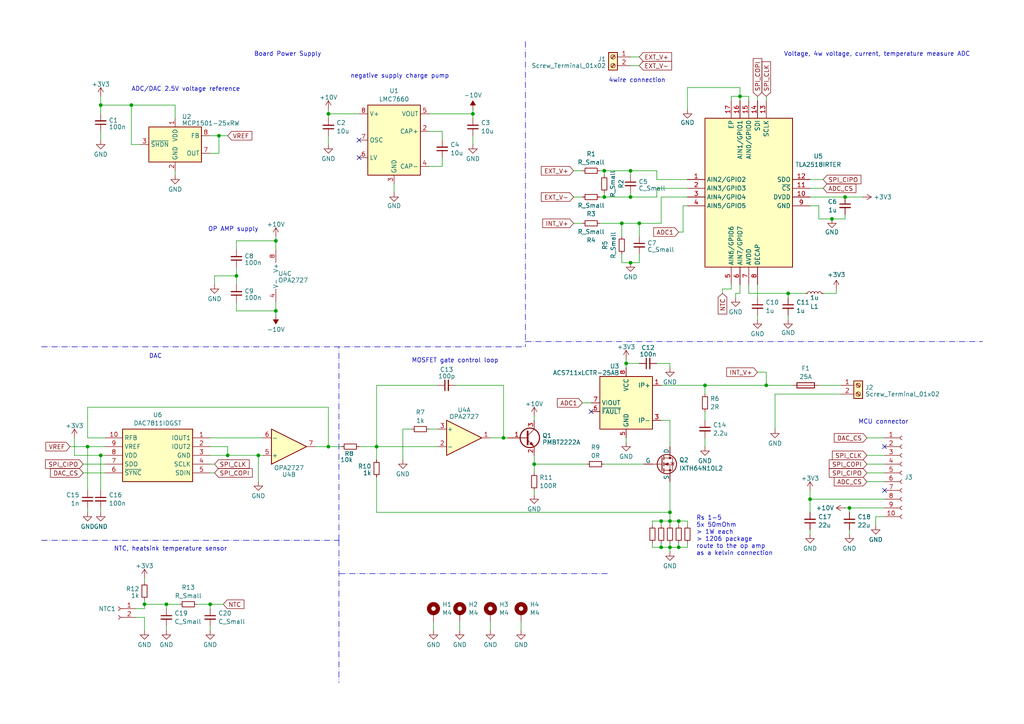
<source format=kicad_sch>
(kicad_sch (version 20230121) (generator eeschema)
  (paper "A4")
  (lib_symbols
    (symbol "Amplifier_Operational:AD8620" (pin_names (offset 0.127))
      (property "Reference" "U" (at 0 5.08 0))
      (property "Value" "AD8620" (at 0 -5.08 0))
      (symbol "AD8620_1_1"
        (pin output line (at 7.62 0 180) (length 2.54) (name "~") (number "1"))
        (pin input line (at -7.62 -2.54 0) (length 2.54) (name "-") (number "2"))
        (pin input line (at -7.62 2.54 0) (length 2.54) (name "+") (number "3"))
      )
      (symbol "AD8620_2_1"
        (pin input line (at -7.62 2.54 0) (length 2.54) (name "+") (number "5"))
        (pin input line (at -7.62 -2.54 0) (length 2.54) (name "-") (number "6"))
        (pin output line (at 7.62 0 180) (length 2.54) (name "~") (number "7"))
      )
      (symbol "AD8620_3_1"
        (pin power_in line (at -2.54 -7.62 90) (length 3.81) (name "V-") (number "4"))
        (pin power_in line (at -2.54 7.62 270) (length 3.81) (name "V+") (number "8"))
      )
    )
    (symbol "Connector:Conn_01x02_Socket" (pin_names (offset 1.016) hide)
      (property "Reference" "J" (at 0 2.54 0))
      (property "Value" "Conn_01x02_Socket" (at 0 -5.08 0))
      (symbol "Conn_01x02_Socket_1_1"
        (pin passive line (at -5.08 0 0) (length 3.81) (name "Pin_1") (number "1"))
        (pin passive line (at -5.08 -2.54 0) (length 3.81) (name "Pin_2") (number "2"))
      )
    )
    (symbol "Connector:Conn_01x10_Socket" (pin_names (offset 1.016) hide)
      (property "Reference" "J" (at 0 12.7 0))
      (property "Value" "Conn_01x10_Socket" (at 0 -15.24 0))
      (symbol "Conn_01x10_Socket_1_1"
        (pin passive line (at -5.08 10.16 0) (length 3.81) (name "Pin_1") (number "1"))
        (pin passive line (at -5.08 -12.7 0) (length 3.81) (name "Pin_10") (number "10"))
        (pin passive line (at -5.08 7.62 0) (length 3.81) (name "Pin_2") (number "2"))
        (pin passive line (at -5.08 5.08 0) (length 3.81) (name "Pin_3") (number "3"))
        (pin passive line (at -5.08 2.54 0) (length 3.81) (name "Pin_4") (number "4"))
        (pin passive line (at -5.08 0 0) (length 3.81) (name "Pin_5") (number "5"))
        (pin passive line (at -5.08 -2.54 0) (length 3.81) (name "Pin_6") (number "6"))
        (pin passive line (at -5.08 -5.08 0) (length 3.81) (name "Pin_7") (number "7"))
        (pin passive line (at -5.08 -7.62 0) (length 3.81) (name "Pin_8") (number "8"))
        (pin passive line (at -5.08 -10.16 0) (length 3.81) (name "Pin_9") (number "9"))
      )
    )
    (symbol "Connector:Screw_Terminal_01x02" (pin_names (offset 1.016) hide)
      (property "Reference" "J" (at 0 2.54 0))
      (property "Value" "Screw_Terminal_01x02" (at 0 -5.08 0))
      (symbol "Screw_Terminal_01x02_1_1"
        (pin passive line (at -5.08 0 0) (length 3.81) (name "Pin_1") (number "1"))
        (pin passive line (at -5.08 -2.54 0) (length 3.81) (name "Pin_2") (number "2"))
      )
    )
    (symbol "Device:C_Small" (pin_numbers hide) (pin_names (offset 0.254) hide)
      (property "Reference" "C" (at 0.254 1.778 0))
      (property "Value" "C_Small" (at 0.254 -2.032 0))
      (symbol "C_Small_1_1"
        (pin passive line (at 0 2.54 270) (length 2.032) (name "~") (number "1"))
        (pin passive line (at 0 -2.54 90) (length 2.032) (name "~") (number "2"))
      )
    )
    (symbol "Device:Fuse" (pin_numbers hide) (pin_names (offset 0))
      (property "Reference" "F" (at 2.032 0 90))
      (property "Value" "Fuse" (at -1.905 0 90))
      (symbol "Fuse_1_1"
        (pin passive line (at 0 3.81 270) (length 1.27) (name "~") (number "1"))
        (pin passive line (at 0 -3.81 90) (length 1.27) (name "~") (number "2"))
      )
    )
    (symbol "Device:L_Small" (pin_numbers hide) (pin_names (offset 0.254) hide)
      (property "Reference" "L" (at 0.762 1.016 0))
      (property "Value" "L_Small" (at 0.762 -1.016 0))
      (symbol "L_Small_1_1"
        (pin passive line (at 0 2.54 270) (length 0.508) (name "~") (number "1"))
        (pin passive line (at 0 -2.54 90) (length 0.508) (name "~") (number "2"))
      )
    )
    (symbol "Device:R_Small" (pin_numbers hide) (pin_names (offset 0.254) hide)
      (property "Reference" "R" (at 0.762 0.508 0))
      (property "Value" "R_Small" (at 0.762 -1.016 0))
      (symbol "R_Small_1_1"
        (pin passive line (at 0 2.54 270) (length 0.762) (name "~") (number "1"))
        (pin passive line (at 0 -2.54 90) (length 0.762) (name "~") (number "2"))
      )
    )
    (symbol "Mechanical:MountingHole_Pad" (pin_numbers hide) (pin_names (offset 1.016) hide)
      (property "Reference" "H" (at 0 6.35 0))
      (property "Value" "MountingHole_Pad" (at 0 4.445 0))
      (symbol "MountingHole_Pad_1_1"
        (pin input line (at 0 -2.54 90) (length 2.54) (name "1") (number "1"))
      )
    )
    (symbol "Reference_Voltage:MCP1501-25xRW"
      (property "Reference" "U" (at -5.08 6.35 0))
      (property "Value" "MCP1501-25xRW" (at 10.16 6.35 0))
      (symbol "MCP1501-25xRW_0_0"
        (pin power_in line (at 0 7.62 270) (length 2.54) (name "VDD") (number "1"))
        (pin power_in line (at 0 -7.62 90) (length 2.54) (name "GND") (number "2"))
        (pin input line (at -10.16 0 0) (length 2.54) (name "~{SHDN}") (number "3"))
        (pin passive line (at 0 -7.62 90) (length 2.54) hide (name "GND") (number "4"))
        (pin passive line (at 0 -7.62 90) (length 2.54) hide (name "GND") (number "5"))
        (pin passive line (at 0 -7.62 90) (length 2.54) hide (name "GND") (number "6"))
        (pin power_out line (at 10.16 -2.54 180) (length 2.54) (name "OUT") (number "7"))
        (pin input line (at 10.16 2.54 180) (length 2.54) (name "FB") (number "8"))
      )
    )
    (symbol "Regulator_SwitchedCapacitor:LMC7660"
      (property "Reference" "U" (at -6.604 11.43 0))
      (property "Value" "LMC7660" (at 0 11.43 0))
      (symbol "LMC7660_1_1"
        (pin no_connect line (at -7.62 5.08 0) (length 2.54) hide (name "NC") (number "1"))
        (pin input line (at 10.16 2.54 180) (length 2.54) (name "CAP+") (number "2"))
        (pin power_in line (at 0 -12.7 90) (length 2.54) (name "GND") (number "3"))
        (pin input line (at 10.16 -7.62 180) (length 2.54) (name "CAP-") (number "4"))
        (pin power_out line (at 10.16 7.62 180) (length 2.54) (name "VOUT") (number "5"))
        (pin input line (at -10.16 -5.08 0) (length 2.54) (name "LV") (number "6"))
        (pin input line (at -10.16 0 0) (length 2.54) (name "OSC") (number "7"))
        (pin power_in line (at -10.16 7.62 0) (length 2.54) (name "V+") (number "8"))
      )
    )
    (symbol "Sensor_Current:ACS711xLCTR-25AB"
      (property "Reference" "U" (at 8.89 6.35 0))
      (property "Value" "ACS711xLCTR-25AB" (at 8.89 3.81 0))
      (symbol "ACS711xLCTR-25AB_1_1"
        (pin passive line (at -10.16 5.08 0) (length 2.54) (name "IP+") (number "1"))
        (pin passive line (at -10.16 5.08 0) (length 2.54) hide (name "IP+") (number "2"))
        (pin passive line (at -10.16 -5.08 0) (length 2.54) (name "IP-") (number "3"))
        (pin passive line (at -10.16 -5.08 0) (length 2.54) hide (name "IP-") (number "4"))
        (pin power_in line (at 0 -10.16 90) (length 2.54) (name "GND") (number "5"))
        (pin output line (at 10.16 -2.54 180) (length 2.54) (name "~{FAULT}") (number "6"))
        (pin output line (at 10.16 0 180) (length 2.54) (name "VIOUT") (number "7"))
        (pin power_in line (at 0 10.16 270) (length 2.54) (name "VCC") (number "8"))
      )
    )
    (symbol "Simulation_SPICE:NMOS" (pin_numbers hide) (pin_names (offset 0))
      (property "Reference" "Q" (at 5.08 1.27 0))
      (property "Value" "NMOS" (at 5.08 -1.27 0))
      (symbol "NMOS_1_1"
        (pin passive line (at 2.54 5.08 270) (length 2.54) (name "D") (number "1"))
        (pin input line (at -5.08 0 0) (length 2.54) (name "G") (number "2"))
        (pin passive line (at 2.54 -5.08 90) (length 2.54) (name "S") (number "3"))
      )
    )
    (symbol "TLA2518IRTER:TLA2518IRTER"
      (property "Reference" "IC" (at 31.75 22.86 0))
      (property "Value" "TLA2518IRTER" (at 31.75 20.32 0))
      (symbol "TLA2518IRTER_1_1"
        (pin passive line (at 0 0 0) (length 5.08) (name "AIN2/GPIO2") (number "1"))
        (pin passive line (at 35.56 -5.08 180) (length 5.08) (name "DVDD") (number "10"))
        (pin passive line (at 35.56 -2.54 180) (length 5.08) (name "~{CS}") (number "11"))
        (pin passive line (at 35.56 0 180) (length 5.08) (name "SDO") (number "12"))
        (pin passive line (at 22.86 22.86 270) (length 5.08) (name "SCLK") (number "13"))
        (pin passive line (at 20.32 22.86 270) (length 5.08) (name "SDI") (number "14"))
        (pin passive line (at 17.78 22.86 270) (length 5.08) (name "AIN0/GPIO0") (number "15"))
        (pin passive line (at 15.24 22.86 270) (length 5.08) (name "AIN1/GPIO1") (number "16"))
        (pin passive line (at 12.7 22.86 270) (length 5.08) (name "EP") (number "17"))
        (pin passive line (at 0 -2.54 0) (length 5.08) (name "AIN3/GPIO3") (number "2"))
        (pin passive line (at 0 -5.08 0) (length 5.08) (name "AIN4/GPIO4") (number "3"))
        (pin passive line (at 0 -7.62 0) (length 5.08) (name "AIN5/GPIO5") (number "4"))
        (pin passive line (at 12.7 -30.48 90) (length 5.08) (name "AIN6/GPIO6") (number "5"))
        (pin passive line (at 15.24 -30.48 90) (length 5.08) (name "AIN7/GPIO7") (number "6"))
        (pin passive line (at 17.78 -30.48 90) (length 5.08) (name "AVDD") (number "7"))
        (pin passive line (at 20.32 -30.48 90) (length 5.08) (name "DECAP") (number "8"))
        (pin passive line (at 35.56 -7.62 180) (length 5.08) (name "GND") (number "9"))
      )
    )
    (symbol "Transistor_BJT:2SC1945" (pin_names (offset 0) hide)
      (property "Reference" "Q" (at 5.08 1.905 0))
      (property "Value" "2SC1945" (at 5.08 0 0))
      (symbol "2SC1945_1_1"
        (pin input line (at -5.08 0 0) (length 5.08) (name "B") (number "1"))
        (pin passive line (at 2.54 -5.08 90) (length 2.54) (name "E") (number "2"))
        (pin passive line (at 2.54 5.08 270) (length 2.54) (name "C") (number "3"))
      )
    )
    (symbol "load:DAC7811IDGST"
      (property "Reference" "IC" (at 26.67 7.62 0))
      (property "Value" "DAC7811IDGST" (at 26.67 5.08 0))
      (symbol "DAC7811IDGST_1_1"
        (pin passive line (at 0 0 0) (length 5.08) (name "IOUT1") (number "1"))
        (pin passive line (at 30.48 0 180) (length 5.08) (name "RFB") (number "10"))
        (pin passive line (at 0 -2.54 0) (length 5.08) (name "IOUT2") (number "2"))
        (pin passive line (at 0 -5.08 0) (length 5.08) (name "GND") (number "3"))
        (pin passive line (at 0 -7.62 0) (length 5.08) (name "SCLK") (number "4"))
        (pin passive line (at 0 -10.16 0) (length 5.08) (name "SDIN") (number "5"))
        (pin passive line (at 30.48 -10.16 180) (length 5.08) (name "~{SYNC}") (number "6"))
        (pin passive line (at 30.48 -7.62 180) (length 5.08) (name "SDO") (number "7"))
        (pin passive line (at 30.48 -5.08 180) (length 5.08) (name "VDD") (number "8"))
        (pin passive line (at 30.48 -2.54 180) (length 5.08) (name "VREF") (number "9"))
      )
    )
    (symbol "power:+10V" (power) (pin_names (offset 0))
      (property "Value" "+10V" (at 0 3.556 0))
      (symbol "+10V_1_1"
        (pin power_in line (at 0 0 90) (length 0) hide (name "+10V") (number "1"))
      )
    )
    (symbol "power:+3V3" (power) (pin_names (offset 0))
      (property "Value" "+3V3" (at 0 3.556 0))
      (symbol "+3V3_1_1"
        (pin power_in line (at 0 0 90) (length 0) hide (name "+3V3") (number "1"))
      )
    )
    (symbol "power:-10V" (power) (pin_names (offset 0))
      (property "Value" "-10V" (at 0 3.81 0))
      (symbol "-10V_0_0"
        (pin power_in line (at 0 0 90) (length 0) hide (name "-10V") (number "1"))
      )
    )
    (symbol "power:GND" (power) (pin_names (offset 0))
      (property "Value" "GND" (at 0 -3.81 0))
      (symbol "GND_1_1"
        (pin power_in line (at 0 0 270) (length 0) hide (name "GND") (number "1"))
      )
    )
  )
  (junction (at 182.88 76.2))
  (junction (at 191.77 151.13))
  (junction (at 68.58 80.01))
  (junction (at 196.85 158.75))
  (junction (at 29.21 30.48))
  (junction (at 194.31 148.59))
  (junction (at 214.63 27.94))
  (junction (at 60.96 175.26))
  (junction (at 95.25 33.02))
  (junction (at 182.88 49.53))
  (junction (at 38.1 30.48))
  (junction (at 194.31 158.75))
  (junction (at 194.31 151.13))
  (junction (at 48.26 175.26))
  (junction (at 191.77 158.75))
  (junction (at 222.25 111.76))
  (junction (at 146.05 127))
  (junction (at 204.47 111.76))
  (junction (at 234.95 144.78))
  (junction (at 196.85 151.13))
  (junction (at 246.38 147.32))
  (junction (at 29.21 132.08))
  (junction (at 41.91 175.26))
  (junction (at 137.16 33.02))
  (junction (at 95.25 129.54))
  (junction (at 182.88 57.15))
  (junction (at 180.34 64.77))
  (junction (at 63.5 39.37))
  (junction (at 154.94 134.62))
  (junction (at 175.26 57.15))
  (junction (at 66.04 132.08))
  (junction (at 228.6 85.09))
  (junction (at 109.22 129.54))
  (junction (at 80.01 90.17))
  (junction (at 181.61 105.41))
  (junction (at 25.4 129.54))
  (junction (at 185.42 64.77))
  (junction (at 245.11 57.15))
  (junction (at 175.26 49.53))
  (junction (at 74.93 132.08))
  (junction (at 241.3 63.5))
  (junction (at 80.01 69.85))
  (no_connect (at 171.45 119.38))
  (no_connect (at 104.14 40.64))
  (no_connect (at 256.54 142.24))
  (no_connect (at 104.14 45.72))
  (no_connect (at 256.54 129.54))
  (wire (pts (xy 245.11 57.15) (xy 250.19 57.15)))
  (wire (pts (xy 246.38 153.67) (xy 246.38 154.94)))
  (wire (pts (xy 60.96 127) (xy 76.2 127)))
  (wire (pts (xy 189.23 157.48) (xy 189.23 158.75)))
  (wire (pts (xy 228.6 85.09) (xy 217.17 85.09)))
  (wire (pts (xy 180.34 73.66) (xy 180.34 76.2)))
  (wire (pts (xy 181.61 127) (xy 181.61 128.27)))
  (wire (pts (xy 196.85 157.48) (xy 196.85 158.75)))
  (wire (pts (xy 191.77 151.13) (xy 194.31 151.13)))
  (wire (pts (xy 80.01 68.58) (xy 80.01 69.85)))
  (wire (pts (xy 60.96 175.26) (xy 60.96 176.53)))
  (wire (pts (xy 228.6 91.44) (xy 228.6 92.71)))
  (wire (pts (xy 196.85 151.13) (xy 196.85 152.4)))
  (wire (pts (xy 125.73 180.34) (xy 125.73 182.88)))
  (wire (pts (xy 57.15 175.26) (xy 60.96 175.26)))
  (wire (pts (xy 166.37 49.53) (xy 168.91 49.53)))
  (wire (pts (xy 185.42 73.66) (xy 185.42 76.2)))
  (wire (pts (xy 194.31 151.13) (xy 196.85 151.13)))
  (wire (pts (xy 199.39 157.48) (xy 199.39 158.75)))
  (wire (pts (xy 119.38 124.46) (xy 116.84 124.46)))
  (wire (pts (xy 234.95 57.15) (xy 245.11 57.15)))
  (wire (pts (xy 124.46 124.46) (xy 127 124.46)))
  (wire (pts (xy 68.58 72.39) (xy 68.58 69.85)))
  (wire (pts (xy 199.39 54.61) (xy 190.5 54.61)))
  (wire (pts (xy 29.21 142.24) (xy 29.21 132.08)))
  (wire (pts (xy 95.25 31.75) (xy 95.25 33.02)))
  (wire (pts (xy 245.11 63.5) (xy 245.11 62.23)))
  (wire (pts (xy 189.23 158.75) (xy 191.77 158.75)))
  (wire (pts (xy 194.31 148.59) (xy 194.31 151.13)))
  (wire (pts (xy 60.96 137.16) (xy 62.23 137.16)))
  (wire (pts (xy 50.8 34.29) (xy 50.8 30.48)))
  (wire (pts (xy 25.4 118.11) (xy 25.4 127)))
  (wire (pts (xy 194.31 158.75) (xy 196.85 158.75)))
  (wire (pts (xy 109.22 129.54) (xy 109.22 133.35)))
  (wire (pts (xy 74.93 132.08) (xy 74.93 139.7)))
  (wire (pts (xy 194.31 157.48) (xy 194.31 158.75)))
  (wire (pts (xy 68.58 80.01) (xy 68.58 82.55)))
  (wire (pts (xy 41.91 175.26) (xy 48.26 175.26)))
  (wire (pts (xy 39.37 179.07) (xy 41.91 179.07)))
  (wire (pts (xy 214.63 85.09) (xy 214.63 82.55)))
  (wire (pts (xy 95.25 39.37) (xy 95.25 41.91)))
  (wire (pts (xy 209.55 83.82) (xy 209.55 85.09)))
  (wire (pts (xy 190.5 52.07) (xy 190.5 49.53)))
  (polyline (pts (xy 152.4 12.065) (xy 152.4 100.584)) (stroke (width 0) (type dash_dot)))
  (wire (pts (xy 168.91 116.84) (xy 171.45 116.84)))
  (wire (pts (xy 222.25 29.21) (xy 222.25 27.94)))
  (wire (pts (xy 180.34 64.77) (xy 180.34 68.58)))
  (wire (pts (xy 63.5 44.45) (xy 63.5 39.37)))
  (wire (pts (xy 199.39 25.4) (xy 214.63 25.4)))
  (wire (pts (xy 241.3 63.5) (xy 245.11 63.5)))
  (wire (pts (xy 196.85 67.31) (xy 198.12 67.31)))
  (wire (pts (xy 242.57 83.82) (xy 242.57 85.09)))
  (wire (pts (xy 181.61 105.41) (xy 185.42 105.41)))
  (wire (pts (xy 50.8 49.53) (xy 50.8 50.8)))
  (wire (pts (xy 173.99 49.53) (xy 175.26 49.53)))
  (wire (pts (xy 219.71 91.44) (xy 219.71 92.71)))
  (polyline (pts (xy 152.4 99.06) (xy 284.988 99.06)) (stroke (width 0) (type dash_dot)))
  (wire (pts (xy 137.16 33.02) (xy 137.16 34.29)))
  (wire (pts (xy 214.63 25.4) (xy 214.63 27.94)))
  (wire (pts (xy 199.39 151.13) (xy 199.39 152.4)))
  (wire (pts (xy 194.31 129.54) (xy 194.31 121.92)))
  (wire (pts (xy 180.34 76.2) (xy 182.88 76.2)))
  (wire (pts (xy 199.39 31.75) (xy 199.39 25.4)))
  (wire (pts (xy 204.47 111.76) (xy 222.25 111.76)))
  (wire (pts (xy 142.24 127) (xy 146.05 127)))
  (wire (pts (xy 68.58 69.85) (xy 80.01 69.85)))
  (wire (pts (xy 175.26 57.15) (xy 182.88 57.15)))
  (wire (pts (xy 41.91 175.26) (xy 41.91 176.53)))
  (wire (pts (xy 60.96 129.54) (xy 66.04 129.54)))
  (wire (pts (xy 29.21 27.94) (xy 29.21 30.48)))
  (wire (pts (xy 48.26 175.26) (xy 52.07 175.26)))
  (wire (pts (xy 60.96 134.62) (xy 62.23 134.62)))
  (wire (pts (xy 68.58 90.17) (xy 80.01 90.17)))
  (wire (pts (xy 128.27 40.64) (xy 128.27 38.1)))
  (wire (pts (xy 217.17 29.21) (xy 217.17 27.94)))
  (wire (pts (xy 109.22 111.76) (xy 109.22 129.54)))
  (wire (pts (xy 181.61 105.41) (xy 181.61 106.68)))
  (wire (pts (xy 189.23 151.13) (xy 191.77 151.13)))
  (wire (pts (xy 217.17 27.94) (xy 214.63 27.94)))
  (wire (pts (xy 251.46 139.7) (xy 256.54 139.7)))
  (wire (pts (xy 95.25 129.54) (xy 95.25 118.11)))
  (wire (pts (xy 41.91 173.99) (xy 41.91 175.26)))
  (wire (pts (xy 40.64 41.91) (xy 38.1 41.91)))
  (wire (pts (xy 175.26 55.88) (xy 175.26 57.15)))
  (wire (pts (xy 21.59 132.08) (xy 29.21 132.08)))
  (wire (pts (xy 154.94 120.65) (xy 154.94 121.92)))
  (wire (pts (xy 233.68 85.09) (xy 228.6 85.09)))
  (wire (pts (xy 234.95 59.69) (xy 237.49 59.69)))
  (wire (pts (xy 109.22 148.59) (xy 109.22 138.43)))
  (wire (pts (xy 39.37 176.53) (xy 41.91 176.53)))
  (wire (pts (xy 234.95 153.67) (xy 234.95 154.94)))
  (wire (pts (xy 21.59 127) (xy 21.59 132.08)))
  (wire (pts (xy 234.95 142.24) (xy 234.95 144.78)))
  (wire (pts (xy 219.71 107.95) (xy 222.25 107.95)))
  (wire (pts (xy 109.22 148.59) (xy 194.31 148.59)))
  (wire (pts (xy 29.21 38.1) (xy 29.21 40.64)))
  (wire (pts (xy 199.39 57.15) (xy 191.77 57.15)))
  (wire (pts (xy 196.85 158.75) (xy 199.39 158.75)))
  (wire (pts (xy 212.09 83.82) (xy 212.09 82.55)))
  (wire (pts (xy 137.16 31.75) (xy 137.16 33.02)))
  (wire (pts (xy 185.42 19.05) (xy 182.88 19.05)))
  (wire (pts (xy 246.38 147.32) (xy 246.38 148.59)))
  (wire (pts (xy 60.96 44.45) (xy 63.5 44.45)))
  (wire (pts (xy 212.09 29.21) (xy 212.09 27.94)))
  (wire (pts (xy 254 149.86) (xy 254 152.4)))
  (wire (pts (xy 91.44 129.54) (xy 95.25 129.54)))
  (wire (pts (xy 204.47 119.38) (xy 204.47 121.92)))
  (wire (pts (xy 194.31 105.41) (xy 190.5 105.41)))
  (wire (pts (xy 48.26 175.26) (xy 48.26 176.53)))
  (wire (pts (xy 60.96 132.08) (xy 66.04 132.08)))
  (wire (pts (xy 213.36 85.09) (xy 214.63 85.09)))
  (wire (pts (xy 128.27 48.26) (xy 128.27 45.72)))
  (wire (pts (xy 180.34 64.77) (xy 185.42 64.77)))
  (wire (pts (xy 256.54 144.78) (xy 234.95 144.78)))
  (wire (pts (xy 48.26 181.61) (xy 48.26 182.88)))
  (wire (pts (xy 95.25 33.02) (xy 104.14 33.02)))
  (wire (pts (xy 41.91 167.64) (xy 41.91 168.91)))
  (wire (pts (xy 256.54 149.86) (xy 254 149.86)))
  (wire (pts (xy 185.42 16.51) (xy 182.88 16.51)))
  (wire (pts (xy 95.25 129.54) (xy 99.06 129.54)))
  (wire (pts (xy 182.88 57.15) (xy 190.5 57.15)))
  (wire (pts (xy 237.49 111.76) (xy 243.84 111.76)))
  (wire (pts (xy 154.94 134.62) (xy 170.18 134.62)))
  (wire (pts (xy 66.04 132.08) (xy 74.93 132.08)))
  (wire (pts (xy 151.13 180.34) (xy 151.13 182.88)))
  (wire (pts (xy 191.77 157.48) (xy 191.77 158.75)))
  (polyline (pts (xy 12.065 100.584) (xy 152.4 100.584)) (stroke (width 0) (type dash_dot)))
  (wire (pts (xy 128.27 38.1) (xy 124.46 38.1)))
  (wire (pts (xy 175.26 134.62) (xy 186.69 134.62)))
  (wire (pts (xy 251.46 127) (xy 256.54 127)))
  (wire (pts (xy 222.25 111.76) (xy 229.87 111.76)))
  (wire (pts (xy 154.94 142.24) (xy 154.94 143.51)))
  (wire (pts (xy 251.46 137.16) (xy 256.54 137.16)))
  (wire (pts (xy 41.91 179.07) (xy 41.91 182.88)))
  (wire (pts (xy 62.23 82.55) (xy 62.23 80.01)))
  (wire (pts (xy 219.71 29.21) (xy 219.71 27.94)))
  (wire (pts (xy 25.4 129.54) (xy 30.48 129.54)))
  (wire (pts (xy 76.2 132.08) (xy 74.93 132.08)))
  (wire (pts (xy 182.88 55.88) (xy 182.88 57.15)))
  (wire (pts (xy 95.25 34.29) (xy 95.25 33.02)))
  (wire (pts (xy 191.77 158.75) (xy 194.31 158.75)))
  (wire (pts (xy 194.31 139.7) (xy 194.31 148.59)))
  (wire (pts (xy 190.5 54.61) (xy 190.5 57.15)))
  (wire (pts (xy 25.4 129.54) (xy 25.4 142.24)))
  (polyline (pts (xy 98.425 166.37) (xy 176.53 166.37)) (stroke (width 0) (type dash_dot)))
  (wire (pts (xy 222.25 107.95) (xy 222.25 111.76)))
  (wire (pts (xy 20.32 129.54) (xy 25.4 129.54)))
  (wire (pts (xy 146.05 127) (xy 147.32 127)))
  (wire (pts (xy 204.47 111.76) (xy 204.47 114.3)))
  (wire (pts (xy 146.05 111.76) (xy 146.05 127)))
  (wire (pts (xy 234.95 144.78) (xy 234.95 148.59)))
  (wire (pts (xy 62.23 80.01) (xy 68.58 80.01)))
  (wire (pts (xy 104.14 129.54) (xy 109.22 129.54)))
  (wire (pts (xy 224.79 114.3) (xy 243.84 114.3)))
  (wire (pts (xy 196.85 151.13) (xy 199.39 151.13)))
  (wire (pts (xy 194.31 151.13) (xy 194.31 152.4)))
  (wire (pts (xy 191.77 111.76) (xy 204.47 111.76)))
  (wire (pts (xy 166.37 57.15) (xy 168.91 57.15)))
  (wire (pts (xy 137.16 39.37) (xy 137.16 41.91)))
  (wire (pts (xy 124.46 33.02) (xy 137.16 33.02)))
  (wire (pts (xy 181.61 104.14) (xy 181.61 105.41)))
  (wire (pts (xy 24.13 134.62) (xy 30.48 134.62)))
  (wire (pts (xy 38.1 30.48) (xy 29.21 30.48)))
  (wire (pts (xy 109.22 111.76) (xy 127 111.76)))
  (wire (pts (xy 38.1 41.91) (xy 38.1 30.48)))
  (wire (pts (xy 217.17 85.09) (xy 217.17 82.55)))
  (wire (pts (xy 224.79 114.3) (xy 224.79 124.46)))
  (wire (pts (xy 80.01 69.85) (xy 80.01 72.39)))
  (wire (pts (xy 124.46 48.26) (xy 128.27 48.26)))
  (wire (pts (xy 228.6 86.36) (xy 228.6 85.09)))
  (wire (pts (xy 60.96 175.26) (xy 64.77 175.26)))
  (wire (pts (xy 29.21 147.32) (xy 29.21 148.59)))
  (wire (pts (xy 214.63 27.94) (xy 214.63 29.21)))
  (wire (pts (xy 154.94 132.08) (xy 154.94 134.62)))
  (wire (pts (xy 251.46 134.62) (xy 256.54 134.62)))
  (wire (pts (xy 191.77 151.13) (xy 191.77 152.4)))
  (wire (pts (xy 142.24 180.34) (xy 142.24 182.88)))
  (wire (pts (xy 185.42 64.77) (xy 191.77 64.77)))
  (wire (pts (xy 237.49 63.5) (xy 241.3 63.5)))
  (polyline (pts (xy 12.065 156.718) (xy 98.298 156.718)) (stroke (width 0) (type dash_dot)))
  (wire (pts (xy 168.91 64.77) (xy 166.37 64.77)))
  (wire (pts (xy 25.4 127) (xy 30.48 127)))
  (wire (pts (xy 256.54 147.32) (xy 246.38 147.32)))
  (wire (pts (xy 245.11 147.32) (xy 246.38 147.32)))
  (wire (pts (xy 29.21 132.08) (xy 30.48 132.08)))
  (wire (pts (xy 154.94 134.62) (xy 154.94 137.16)))
  (wire (pts (xy 198.12 59.69) (xy 198.12 67.31)))
  (wire (pts (xy 199.39 52.07) (xy 190.5 52.07)))
  (wire (pts (xy 60.96 182.88) (xy 60.96 181.61)))
  (wire (pts (xy 182.88 49.53) (xy 190.5 49.53)))
  (wire (pts (xy 194.31 106.68) (xy 194.31 105.41)))
  (wire (pts (xy 185.42 64.77) (xy 185.42 68.58)))
  (wire (pts (xy 80.01 87.63) (xy 80.01 90.17)))
  (wire (pts (xy 114.3 53.34) (xy 114.3 55.88)))
  (wire (pts (xy 173.99 64.77) (xy 180.34 64.77)))
  (wire (pts (xy 194.31 158.75) (xy 194.31 160.02)))
  (wire (pts (xy 146.05 111.76) (xy 132.08 111.76)))
  (wire (pts (xy 191.77 57.15) (xy 191.77 64.77)))
  (wire (pts (xy 199.39 59.69) (xy 198.12 59.69)))
  (polyline (pts (xy 98.298 156.718) (xy 98.298 197.993)) (stroke (width 0) (type dash_dot)))
  (wire (pts (xy 219.71 82.55) (xy 219.71 86.36)))
  (wire (pts (xy 25.4 118.11) (xy 95.25 118.11)))
  (polyline (pts (xy 98.298 156.718) (xy 98.298 100.584)) (stroke (width 0) (type dash_dot)))
  (wire (pts (xy 25.4 147.32) (xy 25.4 148.59)))
  (wire (pts (xy 50.8 30.48) (xy 38.1 30.48)))
  (wire (pts (xy 189.23 152.4) (xy 189.23 151.13)))
  (wire (pts (xy 173.99 57.15) (xy 175.26 57.15)))
  (wire (pts (xy 182.88 49.53) (xy 182.88 50.8)))
  (wire (pts (xy 24.13 137.16) (xy 30.48 137.16)))
  (wire (pts (xy 238.76 85.09) (xy 242.57 85.09)))
  (wire (pts (xy 182.88 76.2) (xy 185.42 76.2)))
  (wire (pts (xy 127 129.54) (xy 109.22 129.54)))
  (wire (pts (xy 251.46 132.08) (xy 256.54 132.08)))
  (wire (pts (xy 209.55 83.82) (xy 212.09 83.82)))
  (wire (pts (xy 234.95 54.61) (xy 238.76 54.61)))
  (wire (pts (xy 29.21 30.48) (xy 29.21 33.02)))
  (wire (pts (xy 204.47 127) (xy 204.47 129.54)))
  (wire (pts (xy 212.09 27.94) (xy 214.63 27.94)))
  (wire (pts (xy 191.77 121.92) (xy 194.31 121.92)))
  (wire (pts (xy 68.58 77.47) (xy 68.58 80.01)))
  (wire (pts (xy 116.84 124.46) (xy 116.84 133.35)))
  (wire (pts (xy 63.5 39.37) (xy 66.04 39.37)))
  (wire (pts (xy 175.26 49.53) (xy 175.26 50.8)))
  (wire (pts (xy 175.26 49.53) (xy 182.88 49.53)))
  (wire (pts (xy 237.49 59.69) (xy 237.49 63.5)))
  (wire (pts (xy 80.01 90.17) (xy 80.01 91.44)))
  (wire (pts (xy 68.58 87.63) (xy 68.58 90.17)))
  (wire (pts (xy 213.36 85.09) (xy 213.36 86.36)))
  (wire (pts (xy 234.95 52.07) (xy 238.76 52.07)))
  (wire (pts (xy 66.04 129.54) (xy 66.04 132.08)))
  (wire (pts (xy 60.96 39.37) (xy 63.5 39.37)))
  (wire (pts (xy 133.35 180.34) (xy 133.35 182.88)))
  (text "MOSFET gate control loop" (at 119.38 105.41 0) (effects (font (size 1.27 1.27)) (justify left bottom)))
  (text "4wire connection" (at 176.53 24.13 0) (effects (font (size 1.27 1.27)) (justify left bottom)))
  (text "negative supply charge pump" (at 101.6 22.86 0) (effects (font (size 1.27 1.27)) (justify left bottom)))
  (text "MCU connector" (at 248.92 123.19 0) (effects (font (size 1.27 1.27)) (justify left bottom)))
  (text "OP AMP supply" (at 60.325 67.31 0) (effects (font (size 1.27 1.27)) (justify left bottom)))
  (text "DAC" (at 43.18 104.14 0) (effects (font (size 1.27 1.27)) (justify left bottom)))
  (text "Board Power Supply" (at 73.66 16.51 0) (effects (font (size 1.27 1.27)) (justify left bottom)))
  (text "NTC, heatsink temperature sensor" (at 33.02 160.02 0) (effects (font (size 1.27 1.27)) (justify left bottom)))
  (text "Rs 1-5\n5x 50mOhm\n> 1W each\n> 1206 package\nroute to the op amp\nas a kelvin connection" (at 201.93 161.29 0) (effects (font (size 1.27 1.27)) (justify left bottom)))
  (text "Voltage, 4w voltage, current, temperature measure ADC" (at 227.33 16.51 0) (effects (font (size 1.27 1.27)) (justify left bottom)))
  (text "ADC/DAC 2.5V voltage reference" (at 38.1 26.67 0) (effects (font (size 1.27 1.27)) (justify left bottom)))
  (global_label "SPI_CLK" (shape input) (at 62.23 134.62 0) (property "Intersheetrefs" "${INTERSHEET_REFS}" (effects hide)))
  (global_label "SPI_COPI" (shape input) (at 251.46 134.62 180) (property "Intersheetrefs" "${INTERSHEET_REFS}" (effects hide)))
  (global_label "EXT_V-" (shape input) (at 166.37 57.15 180) (property "Intersheetrefs" "${INTERSHEET_REFS}" (effects hide)))
  (global_label "SPI_COPI" (shape input) (at 62.23 137.16 0) (property "Intersheetrefs" "${INTERSHEET_REFS}" (effects hide)))
  (global_label "ADC_CS" (shape input) (at 238.76 54.61 0) (property "Intersheetrefs" "${INTERSHEET_REFS}" (effects hide)))
  (global_label "SPI_COPI" (shape input) (at 219.71 27.94 90) (property "Intersheetrefs" "${INTERSHEET_REFS}" (effects hide)))
  (global_label "SPI_CIPO" (shape input) (at 24.13 134.62 180) (property "Intersheetrefs" "${INTERSHEET_REFS}" (effects hide)))
  (global_label "EXT_V-" (shape input) (at 185.42 19.05 0) (property "Intersheetrefs" "${INTERSHEET_REFS}" (effects hide)))
  (global_label "SPI_CIPO" (shape input) (at 251.46 137.16 180) (property "Intersheetrefs" "${INTERSHEET_REFS}" (effects hide)))
  (global_label "INT_V+" (shape input) (at 219.71 107.95 180) (property "Intersheetrefs" "${INTERSHEET_REFS}" (effects hide)))
  (global_label "SPI_CLK" (shape input) (at 222.25 27.94 90) (property "Intersheetrefs" "${INTERSHEET_REFS}" (effects hide)))
  (global_label "NTC" (shape input) (at 209.55 85.09 270) (property "Intersheetrefs" "${INTERSHEET_REFS}" (effects hide)))
  (global_label "SPI_CLK" (shape input) (at 251.46 132.08 180) (property "Intersheetrefs" "${INTERSHEET_REFS}" (effects hide)))
  (global_label "SPI_CIPO" (shape input) (at 238.76 52.07 0) (property "Intersheetrefs" "${INTERSHEET_REFS}" (effects hide)))
  (global_label "DAC_CS" (shape input) (at 24.13 137.16 180) (property "Intersheetrefs" "${INTERSHEET_REFS}" (effects hide)))
  (global_label "NTC" (shape input) (at 64.77 175.26 0) (property "Intersheetrefs" "${INTERSHEET_REFS}" (effects hide)))
  (global_label "ADC1" (shape input) (at 168.91 116.84 180) (property "Intersheetrefs" "${INTERSHEET_REFS}" (effects hide)))
  (global_label "EXT_V+" (shape input) (at 185.42 16.51 0) (property "Intersheetrefs" "${INTERSHEET_REFS}" (effects hide)))
  (global_label "EXT_V+" (shape input) (at 166.37 49.53 180) (property "Intersheetrefs" "${INTERSHEET_REFS}" (effects hide)))
  (global_label "ADC_CS" (shape input) (at 251.46 139.7 180) (property "Intersheetrefs" "${INTERSHEET_REFS}" (effects hide)))
  (global_label "VREF" (shape input) (at 20.32 129.54 180) (property "Intersheetrefs" "${INTERSHEET_REFS}" (effects hide)))
  (global_label "INT_V+" (shape input) (at 166.37 64.77 180) (property "Intersheetrefs" "${INTERSHEET_REFS}" (effects hide)))
  (global_label "ADC1" (shape input) (at 196.85 67.31 180) (property "Intersheetrefs" "${INTERSHEET_REFS}" (effects hide)))
  (global_label "DAC_CS" (shape input) (at 251.46 127 180) (property "Intersheetrefs" "${INTERSHEET_REFS}" (effects hide)))
  (global_label "VREF" (shape input) (at 66.04 39.37 0) (property "Intersheetrefs" "${INTERSHEET_REFS}" (effects hide)))
  (symbol (lib_id "Device:R_Small") (at 101.6 129.54 90) (mirror x) (unit 1)
    (property "Reference" "R8" (at 102.616 131.572 90) (effects (justify left)))
    (property "Value" "10k" (at 102.362 133.35 90) (effects (justify left)))
    (property "Footprint" "Resistor_SMD:R_0402_1005Metric" (effects hide))
  )
  (symbol (lib_id "Connector:Screw_Terminal_01x02") (at 177.8 16.51 0) (mirror y) (unit 1)
    (property "Reference" "J1" (at 175.768 17.1363 0) (effects (justify left)))
    (property "Value" "Screw_Terminal_01x02" (at 175.768 19.0573 0) (effects (justify left)))
    (property "Footprint" "TerminalBlock_TE-Connectivity:TerminalBlock_TE_282834-2_1x02_P2.54mm_Horizontal" (effects hide))
  )
  (symbol (lib_id "Mechanical:MountingHole_Pad") (at 133.35 177.8 0) (unit 1)
    (property "Reference" "H2" (at 135.89 175.3179 0) (effects (justify left)))
    (property "Value" "M4" (at 135.89 177.7421 0) (effects (justify left)))
    (property "Footprint" "MountingHole:MountingHole_4.3mm_M4_Pad_Via" (effects hide))
  )
  (symbol (lib_id "Device:C_Small") (at 128.27 43.18 180) (unit 1)
    (property "Reference" "C4" (at 130.5941 41.9615 0) (effects (justify right)))
    (property "Value" "10u" (at 130.5941 44.3857 0) (effects (justify right)))
    (property "Footprint" "Capacitor_SMD:C_0805_2012Metric" (effects hide))
  )
  (symbol (lib_id "Mechanical:MountingHole_Pad") (at 125.73 177.8 0) (unit 1)
    (property "Reference" "H1" (at 128.27 175.3179 0) (effects (justify left)))
    (property "Value" "M4" (at 128.27 177.7421 0) (effects (justify left)))
    (property "Footprint" "MountingHole:MountingHole_4.3mm_M4_Pad_Via" (effects hide))
  )
  (symbol (lib_id "power:+3V3") (at 41.91 167.64 0) (unit 1)
    (property "Reference" "#PWR038" (effects hide))
    (property "Value" "+3V3" (at 41.91 164.1381 0))
  )
  (symbol (lib_id "power:GND") (at 254 152.4 0) (unit 1)
    (property "Reference" "#PWR034" (effects hide))
    (property "Value" "GND" (at 254 156.5355 0))
  )
  (symbol (lib_id "Device:C_Small") (at 68.58 74.93 180) (unit 1)
    (property "Reference" "C8" (at 70.9041 74.2799 0) (effects (justify right)))
    (property "Value" "100n" (at 70.9041 76.2009 0) (effects (justify right)))
    (property "Footprint" "Capacitor_SMD:C_0402_1005Metric" (effects hide))
  )
  (symbol (lib_id "power:GND") (at 41.91 182.88 0) (unit 1)
    (property "Reference" "#PWR039" (effects hide))
    (property "Value" "GND" (at 41.91 187.0131 0))
  )
  (symbol (lib_id "power:+3V3") (at 29.21 27.94 0) (unit 1)
    (property "Reference" "#PWR01" (effects hide))
    (property "Value" "+3V3" (at 29.21 24.4381 0))
  )
  (symbol (lib_id "power:GND") (at 29.21 40.64 0) (unit 1)
    (property "Reference" "#PWR05" (effects hide))
    (property "Value" "GND" (at 29.21 44.7755 0))
  )
  (symbol (lib_id "power:GND") (at 228.6 92.71 0) (mirror y) (unit 1)
    (property "Reference" "#PWR019" (effects hide))
    (property "Value" "GND" (at 228.6 96.52 0))
  )
  (symbol (lib_id "TLA2518IRTER:TLA2518IRTER") (at 199.39 52.07 0) (unit 1)
    (property "Reference" "U5" (at 237.335 45.3156 0))
    (property "Value" "TLA2518IRTER" (at 237.335 47.7398 0))
    (property "Footprint" "QFN50P300X300X80-17N-D" (effects hide))
    (property "Datasheet" "http://www.ti.com/lit/ds/symlink/tla2518.pdf" (effects hide))
    (property "Height" "0.8" (effects hide))
    (property "Mouser Part Number" "595-TLA2518IRTER" (effects hide))
    (property "Mouser Price/Stock" "https://www.mouser.co.uk/ProductDetail/Texas-Instruments/TLA2518IRTER?qs=XeJtXLiO41Rx1uJi657ctQ%3D%3D" (effects hide))
    (property "Manufacturer_Name" "Texas Instruments" (effects hide))
    (property "Manufacturer_Part_Number" "TLA2518IRTER" (effects hide))
  )
  (symbol (lib_id "Device:R_Small") (at 171.45 49.53 270) (mirror x) (unit 1)
    (property "Reference" "R1" (at 171.45 44.6491 90))
    (property "Value" "R_Small" (at 171.45 47.0733 90))
    (property "Footprint" "Resistor_SMD:R_0402_1005Metric" (effects hide))
  )
  (symbol (lib_id "power:GND") (at 199.39 31.75 0) (unit 1)
    (property "Reference" "#PWR04" (effects hide))
    (property "Value" "GND" (at 199.39 35.56 0))
  )
  (symbol (lib_id "Amplifier_Operational:AD8620") (at 134.62 127 0) (unit 1)
    (property "Reference" "U4" (at 134.62 118.9101 0))
    (property "Value" "OPA2727" (at 134.62 120.8311 0))
    (property "Footprint" "Package_SO:SOIC-8_3.9x4.9mm_P1.27mm" (effects hide))
    (property "Datasheet" "https://www.ti.com/lit/ds/symlink/opa727.pdf?ts=1691013439426&ref_url=https%253A%252F%252Fwww.ti.com%252Fproduct%252FOPA727" (effects hide))
    (property "Mouser Part Number" "595-OPA2727AIDR" (effects hide))
  )
  (symbol (lib_id "Device:R_Small") (at 171.45 57.15 270) (unit 1)
    (property "Reference" "R3" (at 171.45 62.0309 90))
    (property "Value" "R_Small" (at 171.45 59.6067 90))
    (property "Footprint" "Resistor_SMD:R_0402_1005Metric" (effects hide))
  )
  (symbol (lib_id "power:GND") (at 204.47 129.54 0) (unit 1)
    (property "Reference" "#PWR026" (effects hide))
    (property "Value" "GND" (at 204.47 133.6755 0))
  )
  (symbol (lib_id "Device:C_Small") (at 246.38 151.13 180) (unit 1)
    (property "Reference" "C18" (at 248.7041 149.9115 0) (effects (justify right)))
    (property "Value" "22u" (at 248.7041 152.3357 0) (effects (justify right)))
    (property "Footprint" "Capacitor_SMD:C_0805_2012Metric" (effects hide))
  )
  (symbol (lib_id "Device:R_Small") (at 54.61 175.26 90) (unit 1)
    (property "Reference" "R13" (at 54.61 170.3791 90))
    (property "Value" "R_Small" (at 54.61 172.8033 90))
    (property "Footprint" "Resistor_SMD:R_0402_1005Metric" (effects hide))
  )
  (symbol (lib_id "Device:C_Small") (at 185.42 71.12 0) (unit 1)
    (property "Reference" "C7" (at 187.7441 70.4826 0) (effects (justify left)))
    (property "Value" "C_Small" (at 187.7441 72.4036 0) (effects (justify left)))
    (property "Footprint" "Capacitor_SMD:C_0402_1005Metric" (effects hide))
  )
  (symbol (lib_id "Device:R_Small") (at 189.23 154.94 0) (unit 1)
    (property "Reference" "Rs1" (effects hide))
    (property "Value" "50m" (effects hide))
    (property "Footprint" "Resistor_SMD:R_1206_3216Metric" (effects hide))
    (property "Mouser Part Number" "504-MSMA1206R0500FCM" (effects hide))
  )
  (symbol (lib_id "power:GND") (at 137.16 41.91 0) (unit 1)
    (property "Reference" "#PWR07" (effects hide))
    (property "Value" "GND" (at 137.16 46.0431 0))
  )
  (symbol (lib_id "power:GND") (at 95.25 41.91 0) (unit 1)
    (property "Reference" "#PWR06" (effects hide))
    (property "Value" "GND" (at 95.25 46.0431 0))
  )
  (symbol (lib_id "Connector:Conn_01x10_Socket") (at 261.62 137.16 0) (unit 1)
    (property "Reference" "J3" (at 262.3312 138.43 0) (effects (justify left)))
    (property "Footprint" "Connector_JST:JST_XH_B10B-XH-A_1x10_P2.50mm_Vertical" (effects hide))
  )
  (symbol (lib_id "power:GND") (at 194.31 160.02 0) (unit 1)
    (property "Reference" "#PWR037" (effects hide))
    (property "Value" "GND" (at 194.31 164.1555 0))
  )
  (symbol (lib_id "Device:C_Small") (at 29.21 35.56 180) (unit 1)
    (property "Reference" "C1" (at 31.5341 34.9099 0) (effects (justify right)))
    (property "Value" "100n" (at 31.5341 36.8309 0) (effects (justify right)))
    (property "Footprint" "Capacitor_SMD:C_0402_1005Metric" (effects hide))
  )
  (symbol (lib_id "load:DAC7811IDGST") (at 60.96 127 0) (mirror y) (unit 1)
    (property "Reference" "U6" (at 45.72 120.3157 0))
    (property "Value" "DAC7811IDGST" (at 45.72 122.7399 0))
    (property "Footprint" "Package_SO:VSSOP-10_3x3mm_P0.5mm" (effects hide))
    (property "Datasheet" "http://www.ti.com/lit/gpn/DAC7811" (effects hide))
    (property "Height" "1.1" (effects hide))
    (property "Mouser Part Number" "595-DAC7811IDGST" (effects hide))
    (property "Mouser Price/Stock" "https://www.mouser.co.uk/ProductDetail/Texas-Instruments/DAC7811IDGST?qs=rNOSrj6uCs0XLsopxgLU6g%3D%3D" (effects hide))
    (property "Manufacturer_Name" "Texas Instruments" (effects hide))
    (property "Manufacturer_Part_Number" "DAC7811IDGST" (effects hide))
  )
  (symbol (lib_id "Device:C_Small") (at 228.6 88.9 0) (unit 1)
    (property "Reference" "C11" (at 230.9241 87.6942 0) (effects (justify left)))
    (property "Value" "1u" (at 230.9241 90.1184 0) (effects (justify left)))
    (property "Footprint" "Capacitor_SMD:C_0402_1005Metric" (effects hide))
  )
  (symbol (lib_id "Device:R_Small") (at 172.72 134.62 90) (unit 1)
    (property "Reference" "R9" (at 172.72 129.7391 90))
    (property "Value" "0R" (at 172.72 132.1633 90))
    (property "Footprint" "Resistor_SMD:R_0805_2012Metric" (effects hide))
  )
  (symbol (lib_id "power:GND") (at 142.24 182.88 0) (unit 1)
    (property "Reference" "#PWR044" (effects hide))
    (property "Value" "GND" (at 142.24 187.0131 0))
  )
  (symbol (lib_id "power:GND") (at 151.13 182.88 0) (unit 1)
    (property "Reference" "#PWR045" (effects hide))
    (property "Value" "GND" (at 151.13 187.0131 0))
  )
  (symbol (lib_id "Simulation_SPICE:NMOS") (at 191.77 134.62 0) (unit 1)
    (property "Reference" "Q2" (at 196.977 133.4079 0) (effects (justify left)))
    (property "Value" "IXTH64N10L2" (at 196.977 135.8321 0) (effects (justify left)))
    (property "Footprint" "Package_TO_SOT_THT:TO-247-3_Vertical" (effects hide))
    (property "Datasheet" "https://ngspice.sourceforge.io/docs/ngspice-manual.pdf" (effects hide))
    (property "Sim.Device" "NMOS" (effects hide))
    (property "Sim.Type" "VDMOS" (effects hide))
    (property "Sim.Pins" "1=D 2=G 3=S" (effects hide))
    (property "Mouser Part Number" "747-IXTH64N10L2" (effects hide))
  )
  (symbol (lib_id "power:GND") (at 213.36 86.36 0) (unit 1)
    (property "Reference" "#PWR016" (effects hide))
    (property "Value" "GND" (at 213.36 90.4955 0))
  )
  (symbol (lib_id "power:+3V3") (at 242.57 83.82 0) (unit 1)
    (property "Reference" "#PWR015" (effects hide))
    (property "Value" "+3V3" (at 242.57 79.6869 0))
  )
  (symbol (lib_id "Device:C_Small") (at 48.26 179.07 0) (unit 1)
    (property "Reference" "C19" (at 50.5841 177.8642 0) (effects (justify left)))
    (property "Value" "C_Small" (at 50.5841 180.2884 0) (effects (justify left)))
    (property "Footprint" "Capacitor_SMD:C_0402_1005Metric" (effects hide))
  )
  (symbol (lib_id "power:GND") (at 48.26 182.88 0) (unit 1)
    (property "Reference" "#PWR040" (effects hide))
    (property "Value" "GND" (at 48.26 187.0131 0))
  )
  (symbol (lib_id "power:GND") (at 241.3 63.5 0) (unit 1)
    (property "Reference" "#PWR011" (effects hide))
    (property "Value" "GND" (at 241.3 67.31 0))
  )
  (symbol (lib_id "Regulator_SwitchedCapacitor:LMC7660") (at 114.3 40.64 0) (unit 1)
    (property "Reference" "U1" (at 114.3 26.3357 0))
    (property "Value" "LMC7660" (at 114.3 28.7599 0))
    (property "Footprint" "Package_SO:SOIC-8_3.9x4.9mm_P1.27mm" (effects hide))
    (property "Datasheet" "http://www.ti.com/lit/ds/symlink/lmc7660.pdf" (effects hide))
    (property "Mouser Part Number" "926-LMC7660IMX/NOPB" (effects hide))
  )
  (symbol (lib_id "Device:C_Small") (at 129.54 111.76 90) (unit 1)
    (property "Reference" "C13" (at 129.5463 107.188 90))
    (property "Value" "100p" (at 129.5463 109.109 90))
    (property "Footprint" "Capacitor_SMD:C_0402_1005Metric" (effects hide))
  )
  (symbol (lib_id "Transistor_BJT:2SC1945") (at 152.4 127 0) (unit 1)
    (property "Reference" "Q1" (at 157.2768 126.3563 0) (effects (justify left)))
    (property "Value" "PMBT2222A" (at 157.2768 128.2773 0) (effects (justify left)))
    (property "Footprint" "Package_TO_SOT_SMD:SOT-23" (effects hide))
    (property "Datasheet" "https://assets.nexperia.com/documents/data-sheet/PMBT2222A.pdf" (effects hide))
    (property "Mouser Part Number" "771-PMBT2222A-T/R" (effects hide))
  )
  (symbol (lib_id "power:+10V") (at 95.25 31.75 0) (unit 1)
    (property "Reference" "#PWR02" (effects hide))
    (property "Value" "+10V" (at 95.25 28.2481 0))
  )
  (symbol (lib_id "power:GND") (at 25.4 148.59 0) (unit 1)
    (property "Reference" "#PWR032" (effects hide))
    (property "Value" "GND" (at 25.4 152.7255 0))
  )
  (symbol (lib_id "Device:C_Small") (at 95.25 36.83 180) (unit 1)
    (property "Reference" "C2" (at 97.5741 35.6115 0) (effects (justify right)))
    (property "Value" "10u" (at 97.5741 38.0357 0) (effects (justify right)))
    (property "Footprint" "Capacitor_SMD:C_0805_2012Metric" (effects hide))
  )
  (symbol (lib_id "Device:C_Small") (at 204.47 124.46 0) (unit 1)
    (property "Reference" "C14" (at 206.7941 123.2542 0) (effects (justify left)))
    (property "Value" "2.2u" (at 206.7941 125.6784 0) (effects (justify left)))
    (property "Footprint" "Capacitor_SMD:C_0603_1608Metric" (effects hide))
  )
  (symbol (lib_id "power:+3V3") (at 234.95 142.24 0) (unit 1)
    (property "Reference" "#PWR029" (effects hide))
    (property "Value" "+3V3" (at 234.95 138.7381 0))
  )
  (symbol (lib_id "power:GND") (at 50.8 50.8 0) (unit 1)
    (property "Reference" "#PWR08" (effects hide))
    (property "Value" "GND" (at 50.8 54.9355 0))
  )
  (symbol (lib_id "power:GND") (at 181.61 128.27 0) (unit 1)
    (property "Reference" "#PWR025" (effects hide))
    (property "Value" "GND" (at 181.61 132.4055 0))
  )
  (symbol (lib_id "Device:R_Small") (at 204.47 116.84 0) (unit 1)
    (property "Reference" "R6" (at 205.9686 115.6279 0) (effects (justify left)))
    (property "Value" "2R" (at 205.9686 118.0521 0) (effects (justify left)))
    (property "Footprint" "Resistor_SMD:R_0805_2012Metric" (effects hide))
  )
  (symbol (lib_id "Reference_Voltage:MCP1501-25xRW") (at 50.8 41.91 0) (unit 1)
    (property "Reference" "U2" (at 52.7559 33.8201 0) (effects (justify left)))
    (property "Value" "MCP1501-25xRW" (at 52.7559 35.7411 0) (effects (justify left)))
    (property "Footprint" "Package_DFN_QFN:WDFN-8-1EP_2x2mm_P0.5mm_EP0.8x1.2mm" (effects hide))
    (property "Datasheet" "http://ww1.microchip.com/downloads/en/DeviceDoc/20005474E.pdf" (effects hide))
    (property "Mouser Part Number" "579-MCP1501T-25E/RW" (effects hide))
  )
  (symbol (lib_id "Amplifier_Operational:AD8620") (at 82.55 80.01 0) (unit 3)
    (property "Reference" "U4" (at 80.645 79.3663 0) (effects (justify left)))
    (property "Value" "OPA2727" (at 80.645 81.2873 0) (effects (justify left)))
    (property "Footprint" "Package_SO:SOIC-8_3.9x4.9mm_P1.27mm" (effects hide))
    (property "Datasheet" "https://www.ti.com/lit/ds/symlink/opa727.pdf?ts=1691013439426&ref_url=https%253A%252F%252Fwww.ti.com%252Fproduct%252FOPA727" (effects hide))
    (property "Mouser Part Number" "595-OPA2727AIDR" (effects hide))
  )
  (symbol (lib_id "power:+3V3") (at 181.61 104.14 0) (unit 1)
    (property "Reference" "#PWR020" (effects hide))
    (property "Value" "+3V3" (at 181.61 100.6381 0))
  )
  (symbol (lib_id "power:GND") (at 133.35 182.88 0) (unit 1)
    (property "Reference" "#PWR043" (effects hide))
    (property "Value" "GND" (at 133.35 187.0131 0))
  )
  (symbol (lib_id "power:GND") (at 114.3 55.88 0) (unit 1)
    (property "Reference" "#PWR09" (effects hide))
    (property "Value" "GND" (at 114.3 59.69 0))
  )
  (symbol (lib_id "Device:R_Small") (at 171.45 64.77 270) (unit 1)
    (property "Reference" "R4" (at 171.45 69.6509 90))
    (property "Value" "R_Small" (at 171.45 67.2267 90))
    (property "Footprint" "Resistor_SMD:R_0402_1005Metric" (effects hide))
  )
  (symbol (lib_id "Device:R_Small") (at 180.34 71.12 180) (unit 1)
    (property "Reference" "R5" (at 175.4591 71.12 90))
    (property "Value" "R_Small" (at 177.8833 71.12 90))
    (property "Footprint" "Resistor_SMD:R_0402_1005Metric" (effects hide))
  )
  (symbol (lib_id "power:GND") (at 234.95 154.94 0) (unit 1)
    (property "Reference" "#PWR035" (effects hide))
    (property "Value" "GND" (at 234.95 159.0755 0))
  )
  (symbol (lib_id "Device:C_Small") (at 187.96 105.41 90) (unit 1)
    (property "Reference" "C12" (at 187.9663 100.838 90))
    (property "Value" "100n" (at 187.9663 102.759 90))
    (property "Footprint" "Capacitor_SMD:C_0402_1005Metric" (effects hide))
  )
  (symbol (lib_id "power:GND") (at 125.73 182.88 0) (unit 1)
    (property "Reference" "#PWR042" (effects hide))
    (property "Value" "GND" (at 125.73 187.0131 0))
  )
  (symbol (lib_id "power:GND") (at 62.23 82.55 0) (unit 1)
    (property "Reference" "#PWR014" (effects hide))
    (property "Value" "GND" (at 62.23 86.6855 0))
  )
  (symbol (lib_id "Device:R_Small") (at 121.92 124.46 90) (unit 1)
    (property "Reference" "R7" (at 121.92 119.5791 90))
    (property "Value" "1k" (at 121.92 122.0033 90))
    (property "Footprint" "Resistor_SMD:R_0402_1005Metric" (effects hide))
  )
  (symbol (lib_id "Device:Fuse") (at 233.68 111.76 90) (unit 1)
    (property "Reference" "F1" (at 233.68 106.8537 90))
    (property "Value" "25A" (at 233.68 109.2779 90))
    (property "Footprint" "Fuse:Fuse_1206_3216Metric" (effects hide))
    (property "Mouser Part Number" "652-SF-1206HV25M-2" (effects hide))
  )
  (symbol (lib_id "power:GND") (at 224.79 124.46 0) (unit 1)
    (property "Reference" "#PWR023" (effects hide))
    (property "Value" "GND" (at 224.79 128.5955 0))
  )
  (symbol (lib_id "Device:C_Small") (at 182.88 53.34 0) (unit 1)
    (property "Reference" "C5" (at 185.2041 52.7026 0) (effects (justify left)))
    (property "Value" "C_Small" (at 185.2041 54.6236 0) (effects (justify left)))
    (property "Footprint" "Capacitor_SMD:C_0402_1005Metric" (effects hide))
  )
  (symbol (lib_id "power:+10V") (at 245.11 147.32 90) (unit 1)
    (property "Reference" "#PWR031" (effects hide))
    (property "Value" "+10V" (at 241.935 147.32 90) (effects (justify left)))
  )
  (symbol (lib_id "Connector:Screw_Terminal_01x02") (at 248.92 111.76 0) (unit 1)
    (property "Reference" "J2" (at 250.952 112.3863 0) (effects (justify left)))
    (property "Value" "Screw_Terminal_01x02" (at 250.952 114.3073 0) (effects (justify left)))
    (property "Footprint" "TerminalBlock_TE-Connectivity:TerminalBlock_TE_282834-2_1x02_P2.54mm_Horizontal" (effects hide))
  )
  (symbol (lib_id "Device:C_Small") (at 219.71 88.9 0) (unit 1)
    (property "Reference" "C10" (at 222.0341 87.6942 0) (effects (justify left)))
    (property "Value" "1u" (at 222.0341 90.1184 0) (effects (justify left)))
    (property "Footprint" "Capacitor_SMD:C_0402_1005Metric" (effects hide))
  )
  (symbol (lib_id "power:GND") (at 194.31 106.68 0) (unit 1)
    (property "Reference" "#PWR021" (effects hide))
    (property "Value" "GND" (at 194.31 110.8155 0))
  )
  (symbol (lib_id "power:GND") (at 116.84 133.35 0) (unit 1)
    (property "Reference" "#PWR027" (effects hide))
    (property "Value" "GND" (at 116.84 137.4855 0))
  )
  (symbol (lib_id "Device:R_Small") (at 175.26 53.34 0) (unit 1)
    (property "Reference" "R2" (at 180.1409 53.34 90))
    (property "Value" "R_Small" (at 177.7167 53.34 90))
    (property "Footprint" "Resistor_SMD:R_0402_1005Metric" (effects hide))
  )
  (symbol (lib_id "power:GND") (at 154.94 143.51 0) (unit 1)
    (property "Reference" "#PWR030" (effects hide))
    (property "Value" "GND" (at 154.94 147.6455 0))
  )
  (symbol (lib_id "power:+3V3") (at 21.59 127 0) (unit 1)
    (property "Reference" "#PWR024" (effects hide))
    (property "Value" "+3V3" (at 21.59 123.4981 0))
  )
  (symbol (lib_id "power:GND") (at 60.96 182.88 0) (unit 1)
    (property "Reference" "#PWR041" (effects hide))
    (property "Value" "GND" (at 60.96 187.0131 0))
  )
  (symbol (lib_id "power:GND") (at 182.88 76.2 0) (unit 1)
    (property "Reference" "#PWR013" (effects hide))
    (property "Value" "GND" (at 182.88 80.3355 0))
  )
  (symbol (lib_id "power:-10V") (at 80.01 91.44 180) (unit 1)
    (property "Reference" "#PWR017" (effects hide))
    (property "Value" "-10V" (at 80.01 95.5755 0))
  )
  (symbol (lib_id "power:-10V") (at 137.16 31.75 0) (unit 1)
    (property "Reference" "#PWR03" (effects hide))
    (property "Value" "-10V" (at 137.16 27.6169 0))
  )
  (symbol (lib_id "power:+3V3") (at 250.19 57.15 270) (unit 1)
    (property "Reference" "#PWR010" (effects hide))
    (property "Value" "+3V3" (at 253.365 57.15 90) (effects (justify left)))
  )
  (symbol (lib_id "Device:R_Small") (at 154.94 139.7 0) (unit 1)
    (property "Reference" "R11" (at 156.4386 138.4879 0) (effects (justify left)))
    (property "Value" "100R" (at 156.4386 140.9121 0) (effects (justify left)))
    (property "Footprint" "Resistor_SMD:R_0805_2012Metric" (effects hide))
  )
  (symbol (lib_id "power:GND") (at 246.38 154.94 0) (unit 1)
    (property "Reference" "#PWR036" (effects hide))
    (property "Value" "GND" (at 246.38 159.0755 0))
  )
  (symbol (lib_id "power:GND") (at 74.93 139.7 0) (unit 1)
    (property "Reference" "#PWR028" (effects hide))
    (property "Value" "GND" (at 74.93 143.8355 0))
  )
  (symbol (lib_id "Device:L_Small") (at 236.22 85.09 270) (mirror x) (unit 1)
    (property "Reference" "L1" (at 236.22 88.9 90))
    (property "Value" "1u" (at 236.22 86.36 90))
    (property "Footprint" "Inductor_SMD:L_0603_1608Metric" (effects hide))
  )
  (symbol (lib_id "Device:C_Small") (at 25.4 144.78 0) (mirror y) (unit 1)
    (property "Reference" "C15" (at 23.0759 143.5742 0) (effects (justify left)))
    (property "Value" "1n" (at 23.0759 145.9984 0) (effects (justify left)))
    (property "Footprint" "Capacitor_SMD:C_0402_1005Metric" (effects hide))
  )
  (symbol (lib_id "power:+10V") (at 80.01 68.58 0) (unit 1)
    (property "Reference" "#PWR012" (effects hide))
    (property "Value" "+10V" (at 80.01 65.0781 0))
  )
  (symbol (lib_id "power:+10V") (at 154.94 120.65 0) (unit 1)
    (property "Reference" "#PWR022" (effects hide))
    (property "Value" "+10V" (at 154.94 117.1481 0))
  )
  (symbol (lib_id "power:GND") (at 29.21 148.59 0) (unit 1)
    (property "Reference" "#PWR033" (effects hide))
    (property "Value" "GND" (at 29.21 152.7255 0))
  )
  (symbol (lib_id "Device:C_Small") (at 68.58 85.09 180) (unit 1)
    (property "Reference" "C9" (at 70.9041 84.4399 0) (effects (justify right)))
    (property "Value" "100n" (at 70.9041 86.3609 0) (effects (justify right)))
    (property "Footprint" "Capacitor_SMD:C_0402_1005Metric" (effects hide))
  )
  (symbol (lib_id "Amplifier_Operational:AD8620") (at 83.82 129.54 0) (mirror x) (unit 2)
    (property "Reference" "U4" (at 83.82 137.6299 0))
    (property "Value" "OPA2727" (at 83.82 135.7089 0))
    (property "Footprint" "Package_SO:SOIC-8_3.9x4.9mm_P1.27mm" (effects hide))
    (property "Datasheet" "https://www.ti.com/lit/ds/symlink/opa727.pdf?ts=1691013439426&ref_url=https%253A%252F%252Fwww.ti.com%252Fproduct%252FOPA727" (effects hide))
    (property "Mouser Part Number" "595-OPA2727AIDR" (effects hide))
  )
  (symbol (lib_id "Device:R_Small") (at 199.39 154.94 0) (unit 1)
    (property "Reference" "Rs5" (effects hide))
    (property "Value" "50m" (effects hide))
    (property "Footprint" "Resistor_SMD:R_1206_3216Metric" (effects hide))
    (property "Mouser Part Number" "504-MSMA1206R0500FCM" (effects hide))
  )
  (symbol (lib_id "Device:C_Small") (at 234.95 151.13 180) (unit 1)
    (property "Reference" "C17" (at 237.2741 149.9115 0) (effects (justify right)))
    (property "Value" "22u" (at 237.2741 152.3357 0) (effects (justify right)))
    (property "Footprint" "Capacitor_SMD:C_0805_2012Metric" (effects hide))
  )
  (symbol (lib_id "Connector:Conn_01x02_Socket") (at 34.29 176.53 0) (mirror y) (unit 1)
    (property "Reference" "NTC1" (at 33.5788 176.5879 0) (effects (justify left)))
    (property "Value" "Conn_01x02_Socket" (effects hide))
    (property "Footprint" "Connector_JST:JST_XH_B2B-XH-A_1x02_P2.50mm_Vertical" (effects hide))
  )
  (symbol (lib_id "Mechanical:MountingHole_Pad") (at 142.24 177.8 0) (unit 1)
    (property "Reference" "H3" (at 144.78 175.3179 0) (effects (justify left)))
    (property "Value" "M4" (at 144.78 177.7421 0) (effects (justify left)))
    (property "Footprint" "MountingHole:MountingHole_4.3mm_M4_Pad_Via" (effects hide))
  )
  (symbol (lib_id "Device:C_Small") (at 245.11 59.69 0) (mirror y) (unit 1)
    (property "Reference" "C6" (at 242.7859 58.4842 0) (effects (justify left)))
    (property "Value" "1u" (at 242.7859 60.9084 0) (effects (justify left)))
    (property "Footprint" "Capacitor_SMD:C_0402_1005Metric" (effects hide))
  )
  (symbol (lib_id "Device:R_Small") (at 109.22 135.89 0) (mirror y) (unit 1)
    (property "Reference" "R10" (at 107.7214 135.2463 0) (effects (justify left)))
    (property "Value" "1k" (at 107.7214 137.1673 0) (effects (justify left)))
    (property "Footprint" "Resistor_SMD:R_0402_1005Metric" (effects hide))
  )
  (symbol (lib_id "Device:C_Small") (at 137.16 36.83 180) (unit 1)
    (property "Reference" "C3" (at 139.4841 35.6115 0) (effects (justify right)))
    (property "Value" "10u" (at 139.4841 38.0357 0) (effects (justify right)))
    (property "Footprint" "Capacitor_SMD:C_0805_2012Metric" (effects hide))
  )
  (symbol (lib_id "Device:R_Small") (at 41.91 171.45 0) (mirror y) (unit 1)
    (property "Reference" "R12" (at 40.4114 170.8063 0) (effects (justify left)))
    (property "Value" "1k" (at 40.4114 172.7273 0) (effects (justify left)))
    (property "Footprint" "Resistor_SMD:R_0402_1005Metric" (effects hide))
  )
  (symbol (lib_id "Mechanical:MountingHole_Pad") (at 151.13 177.8 0) (unit 1)
    (property "Reference" "H4" (at 153.67 175.3179 0) (effects (justify left)))
    (property "Value" "M4" (at 153.67 177.7421 0) (effects (justify left)))
    (property "Footprint" "MountingHole:MountingHole_4.3mm_M4_Pad_Via" (effects hide))
  )
  (symbol (lib_id "Device:R_Small") (at 196.85 154.94 0) (unit 1)
    (property "Reference" "Rs4" (effects hide))
    (property "Value" "50m" (effects hide))
    (property "Footprint" "Resistor_SMD:R_1206_3216Metric" (effects hide))
    (property "Mouser Part Number" "504-MSMA1206R0500FCM" (effects hide))
  )
  (symbol (lib_id "power:GND") (at 219.71 92.71 0) (mirror y) (unit 1)
    (property "Reference" "#PWR018" (effects hide))
    (property "Value" "GND" (at 219.71 96.8431 0))
  )
  (symbol (lib_id "Device:R_Small") (at 194.31 154.94 0) (unit 1)
    (property "Reference" "Rs3" (effects hide))
    (property "Value" "50m" (effects hide))
    (property "Footprint" "Resistor_SMD:R_1206_3216Metric" (effects hide))
    (property "Mouser Part Number" "504-MSMA1206R0500FCM" (effects hide))
  )
  (symbol (lib_id "Sensor_Current:ACS711xLCTR-25AB") (at 181.61 116.84 0) (mirror y) (unit 1)
    (property "Reference" "U3" (at 179.6541 106.2101 0) (effects (justify left)))
    (property "Value" "ACS711xLCTR-25AB" (at 179.6541 108.1311 0) (effects (justify left)))
    (property "Footprint" "Package_SO:SOIC-8_3.9x4.9mm_P1.27mm" (effects hide))
    (property "Datasheet" "http://www.allegromicro.com/~/Media/Files/Datasheets/ACS711-Datasheet.ashx" (effects hide))
    (property "Mouser Part Number" "250-711ELCTR25ABT" (effects hide))
  )
  (symbol (lib_id "Device:C_Small") (at 60.96 179.07 0) (unit 1)
    (property "Reference" "C20" (at 63.2841 177.8642 0) (effects (justify left)))
    (property "Value" "C_Small" (at 63.2841 180.2884 0) (effects (justify left)))
    (property "Footprint" "Capacitor_SMD:C_0402_1005Metric" (effects hide))
  )
  (symbol (lib_id "Device:R_Small") (at 191.77 154.94 0) (unit 1)
    (property "Reference" "Rs2" (effects hide))
    (property "Value" "50m" (effects hide))
    (property "Footprint" "Resistor_SMD:R_1206_3216Metric" (effects hide))
    (property "Mouser Part Number" "504-MSMA1206R0500FCM" (effects hide))
  )
  (symbol (lib_id "Device:C_Small") (at 29.21 144.78 0) (unit 1)
    (property "Reference" "C16" (at 31.5341 143.5742 0) (effects (justify left)))
    (property "Value" "100n" (at 31.5341 145.9984 0) (effects (justify left)))
    (property "Footprint" "Capacitor_SMD:C_0402_1005Metric" (effects hide))
  )
)
</source>
